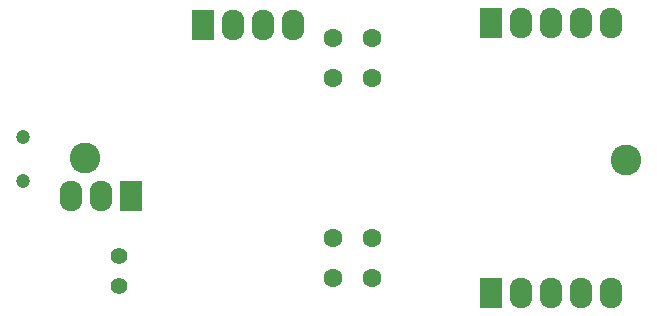
<source format=gbr>
%TF.GenerationSoftware,KiCad,Pcbnew,4.1.0-alpha+201605041001+6771~44~ubuntu15.10.1-product*%
%TF.CreationDate,2016-05-05T22:42:08+02:00*%
%TF.ProjectId,robot1,726F626F74312E6B696361645F706362,rev?*%
%TF.FileFunction,Soldermask,Bot*%
%FSLAX46Y46*%
G04 Gerber Fmt 4.6, Leading zero omitted, Abs format (unit mm)*
G04 Created by KiCad (PCBNEW 4.1.0-alpha+201605041001+6771~44~ubuntu15.10.1-product) date czw, 5 maj 2016, 22:42:08*
%MOMM*%
%LPD*%
G01*
G04 APERTURE LIST*
%ADD10C,0.100000*%
%ADD11C,2.600000*%
%ADD12C,1.416000*%
%ADD13R,1.924000X2.599640*%
%ADD14O,1.924000X2.599640*%
%ADD15C,1.600000*%
%ADD16C,1.197560*%
G04 APERTURE END LIST*
D10*
D11*
X149826980Y-128905000D03*
D12*
X152654000Y-139700000D03*
X152654000Y-137160000D03*
D13*
X159766000Y-117602000D03*
D14*
X162306000Y-117602000D03*
X164846000Y-117602000D03*
X167386000Y-117602000D03*
D13*
X153670000Y-132080000D03*
D14*
X151130000Y-132080000D03*
X148590000Y-132080000D03*
D15*
X174115000Y-118745000D03*
X174115000Y-122145000D03*
X170815000Y-122145000D03*
X170815000Y-118745000D03*
X170815000Y-139065000D03*
X170815000Y-135665000D03*
X174115000Y-135665000D03*
X174115000Y-139065000D03*
D16*
X144521300Y-130873500D03*
X144523840Y-127076200D03*
D13*
X184150000Y-117475000D03*
D14*
X186690000Y-117475000D03*
X189230000Y-117475000D03*
X191770000Y-117475000D03*
X194310000Y-117475000D03*
D13*
X184150000Y-140335000D03*
D14*
X186690000Y-140335000D03*
X189230000Y-140335000D03*
X191770000Y-140335000D03*
X194310000Y-140335000D03*
D11*
X195580000Y-129032000D03*
M02*

</source>
